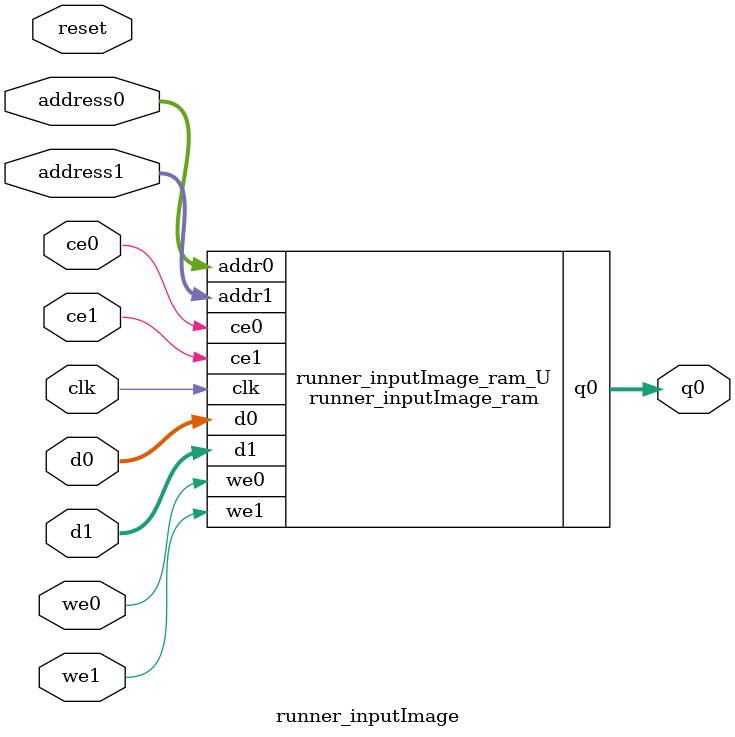
<source format=v>
`timescale 1 ns / 1 ps
module runner_inputImage_ram (addr0, ce0, d0, we0, q0, addr1, ce1, d1, we1,  clk);

parameter DWIDTH = 32;
parameter AWIDTH = 11;
parameter MEM_SIZE = 1536;

input[AWIDTH-1:0] addr0;
input ce0;
input[DWIDTH-1:0] d0;
input we0;
output reg[DWIDTH-1:0] q0;
input[AWIDTH-1:0] addr1;
input ce1;
input[DWIDTH-1:0] d1;
input we1;
input clk;

reg [DWIDTH-1:0] ram[0:MEM_SIZE-1];




always @(posedge clk)  
begin 
    if (ce0) begin
        if (we0) 
            ram[addr0] <= d0; 
        q0 <= ram[addr0];
    end
end


always @(posedge clk)  
begin 
    if (ce1) begin
        if (we1) 
            ram[addr1] <= d1; 
    end
end


endmodule

`timescale 1 ns / 1 ps
module runner_inputImage(
    reset,
    clk,
    address0,
    ce0,
    we0,
    d0,
    q0,
    address1,
    ce1,
    we1,
    d1);

parameter DataWidth = 32'd32;
parameter AddressRange = 32'd1536;
parameter AddressWidth = 32'd11;
input reset;
input clk;
input[AddressWidth - 1:0] address0;
input ce0;
input we0;
input[DataWidth - 1:0] d0;
output[DataWidth - 1:0] q0;
input[AddressWidth - 1:0] address1;
input ce1;
input we1;
input[DataWidth - 1:0] d1;



runner_inputImage_ram runner_inputImage_ram_U(
    .clk( clk ),
    .addr0( address0 ),
    .ce0( ce0 ),
    .we0( we0 ),
    .d0( d0 ),
    .q0( q0 ),
    .addr1( address1 ),
    .ce1( ce1 ),
    .we1( we1 ),
    .d1( d1 ));

endmodule


</source>
